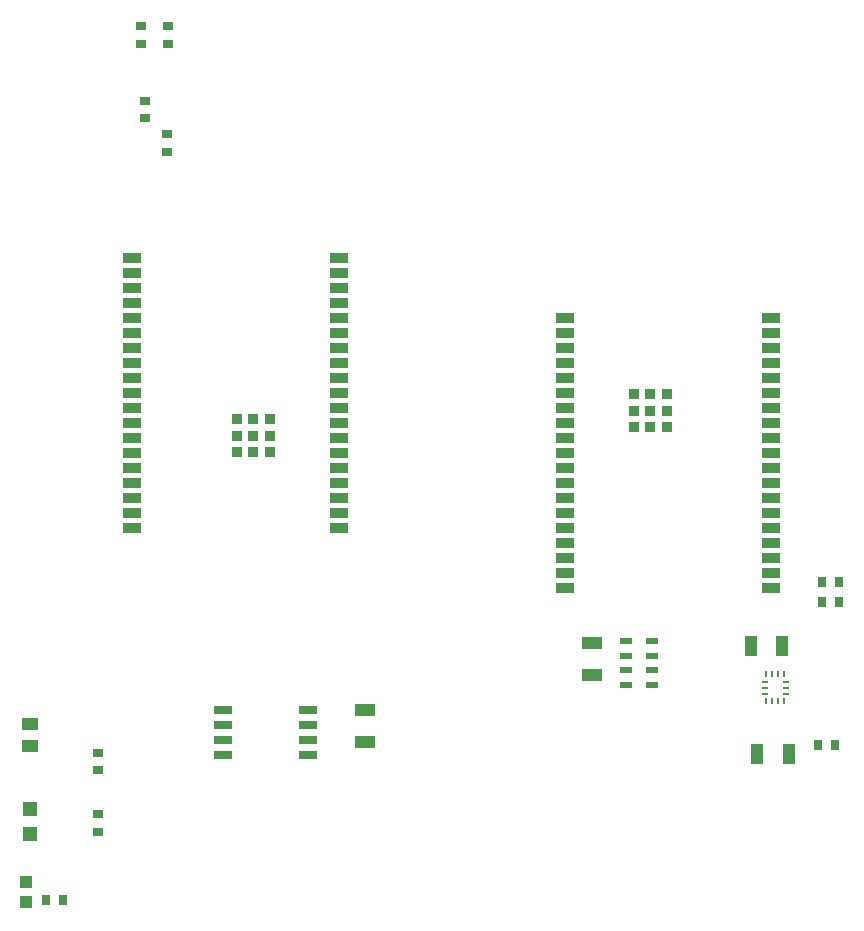
<source format=gtp>
G04*
G04 #@! TF.GenerationSoftware,Altium Limited,Altium Designer,22.2.1 (43)*
G04*
G04 Layer_Color=8421504*
%FSLAX25Y25*%
%MOIN*%
G70*
G04*
G04 #@! TF.SameCoordinates,BF82E168-2CF8-4A2D-AB3A-859FEF8C30B5*
G04*
G04*
G04 #@! TF.FilePolarity,Positive*
G04*
G01*
G75*
%ADD18R,0.05906X0.03543*%
%ADD19R,0.03543X0.03543*%
%ADD20R,0.04331X0.02362*%
%ADD21R,0.04700X0.04700*%
%ADD22R,0.02756X0.03543*%
%ADD23R,0.05512X0.03937*%
%ADD24R,0.03937X0.04331*%
%ADD25R,0.00984X0.01870*%
%ADD26R,0.01870X0.00984*%
%ADD27R,0.06496X0.02559*%
%ADD28R,0.03543X0.02756*%
%ADD29R,0.06693X0.04331*%
%ADD30R,0.04331X0.06693*%
D18*
X283288Y-197020D02*
D03*
Y-132020D02*
D03*
Y-137020D02*
D03*
Y-142020D02*
D03*
Y-147020D02*
D03*
Y-152020D02*
D03*
Y-157020D02*
D03*
Y-162020D02*
D03*
Y-167020D02*
D03*
Y-172020D02*
D03*
Y-177020D02*
D03*
Y-182020D02*
D03*
Y-187020D02*
D03*
Y-192020D02*
D03*
Y-202020D02*
D03*
Y-207020D02*
D03*
Y-212020D02*
D03*
Y-217020D02*
D03*
Y-222020D02*
D03*
X214390D02*
D03*
Y-217020D02*
D03*
Y-212020D02*
D03*
Y-207020D02*
D03*
Y-202020D02*
D03*
Y-197020D02*
D03*
Y-192020D02*
D03*
Y-187020D02*
D03*
Y-182020D02*
D03*
Y-177020D02*
D03*
Y-172020D02*
D03*
Y-167020D02*
D03*
Y-162020D02*
D03*
Y-157020D02*
D03*
Y-152020D02*
D03*
Y-147020D02*
D03*
Y-142020D02*
D03*
Y-137020D02*
D03*
Y-132020D02*
D03*
X70300Y-201800D02*
D03*
Y-196800D02*
D03*
Y-191800D02*
D03*
Y-186800D02*
D03*
Y-181800D02*
D03*
Y-176800D02*
D03*
Y-171800D02*
D03*
Y-166800D02*
D03*
Y-161800D02*
D03*
Y-156800D02*
D03*
Y-151800D02*
D03*
Y-146800D02*
D03*
Y-141800D02*
D03*
Y-136800D02*
D03*
Y-131800D02*
D03*
Y-126800D02*
D03*
Y-121800D02*
D03*
Y-116800D02*
D03*
Y-111800D02*
D03*
X139198D02*
D03*
Y-116800D02*
D03*
Y-121800D02*
D03*
Y-126800D02*
D03*
Y-131800D02*
D03*
Y-136800D02*
D03*
Y-141800D02*
D03*
Y-146800D02*
D03*
Y-151800D02*
D03*
Y-156800D02*
D03*
Y-161800D02*
D03*
Y-166800D02*
D03*
Y-171800D02*
D03*
Y-176800D02*
D03*
Y-181800D02*
D03*
Y-186800D02*
D03*
Y-191800D02*
D03*
Y-196800D02*
D03*
Y-201800D02*
D03*
D19*
X237422Y-162729D02*
D03*
Y-157217D02*
D03*
X242934D02*
D03*
X248446D02*
D03*
Y-162729D02*
D03*
Y-168241D02*
D03*
X242934D02*
D03*
X237422D02*
D03*
X242934Y-162729D02*
D03*
X116166Y-171091D02*
D03*
Y-176603D02*
D03*
X110654D02*
D03*
X105142D02*
D03*
Y-171091D02*
D03*
Y-165579D02*
D03*
X110654D02*
D03*
X116166D02*
D03*
X110654Y-171091D02*
D03*
D20*
X243631Y-254282D02*
D03*
Y-249361D02*
D03*
Y-244439D02*
D03*
Y-239518D02*
D03*
X234969D02*
D03*
Y-244439D02*
D03*
Y-249361D02*
D03*
Y-254282D02*
D03*
D21*
X36200Y-303900D02*
D03*
Y-295600D02*
D03*
D22*
X300095Y-219800D02*
D03*
X306000D02*
D03*
X300047Y-226500D02*
D03*
X305953D02*
D03*
X304653Y-274300D02*
D03*
X298747D02*
D03*
X41347Y-325746D02*
D03*
X47253D02*
D03*
D23*
X36200Y-274443D02*
D03*
Y-267357D02*
D03*
D24*
X35000Y-319953D02*
D03*
Y-326646D02*
D03*
D25*
X287553Y-250523D02*
D03*
X285584D02*
D03*
X283616D02*
D03*
X281647D02*
D03*
Y-259677D02*
D03*
X283616D02*
D03*
X285584D02*
D03*
X287553D02*
D03*
D26*
X281008Y-253132D02*
D03*
Y-255100D02*
D03*
Y-257068D02*
D03*
X288193D02*
D03*
Y-255100D02*
D03*
Y-253132D02*
D03*
D27*
X128873Y-277700D02*
D03*
Y-272700D02*
D03*
Y-267700D02*
D03*
Y-262700D02*
D03*
X100527D02*
D03*
Y-267700D02*
D03*
Y-272700D02*
D03*
Y-277700D02*
D03*
D28*
X58700Y-297195D02*
D03*
Y-303100D02*
D03*
Y-282649D02*
D03*
Y-276743D02*
D03*
X74400Y-59450D02*
D03*
Y-65355D02*
D03*
X81800Y-70695D02*
D03*
Y-76600D02*
D03*
X73200Y-34694D02*
D03*
Y-40600D02*
D03*
X82300Y-34694D02*
D03*
Y-40600D02*
D03*
D29*
X223500Y-250815D02*
D03*
Y-240185D02*
D03*
X147900Y-273300D02*
D03*
Y-262670D02*
D03*
D30*
X289015Y-277200D02*
D03*
X278385D02*
D03*
X287000Y-241300D02*
D03*
X276370D02*
D03*
M02*

</source>
